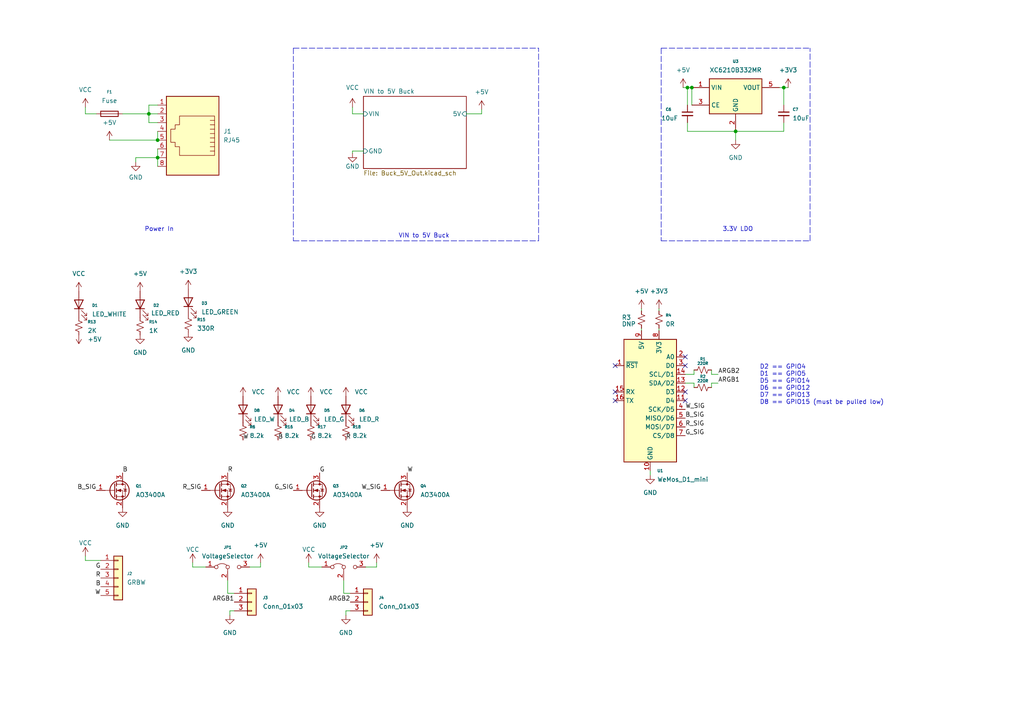
<source format=kicad_sch>
(kicad_sch (version 20211123) (generator eeschema)
  (paper "A4")
  (lib_symbols
    (symbol "Connector:RJ45" (pin_names (offset 1.016))
      (property "Reference" "J" (at -5.08 13.97 0))
      (property "Value" "RJ45" (at 2.54 13.97 0))
      (symbol "RJ45_0_1"
        (polyline (pts (xy -5.08 4.445) (xy -6.35 4.445)))
        (polyline (pts (xy -5.08 5.715) (xy -6.35 5.715)))
        (polyline (pts (xy -6.35 -3.175) (xy -5.08 -3.175) (xy -5.08 -3.175)))
        (polyline (pts (xy -6.35 -1.905) (xy -5.08 -1.905) (xy -5.08 -1.905)))
        (polyline (pts (xy -6.35 -0.635) (xy -5.08 -0.635) (xy -5.08 -0.635)))
        (polyline (pts (xy -6.35 0.635) (xy -5.08 0.635) (xy -5.08 0.635)))
        (polyline (pts (xy -6.35 1.905) (xy -5.08 1.905) (xy -5.08 1.905)))
        (polyline (pts (xy -5.08 3.175) (xy -6.35 3.175) (xy -6.35 3.175)))
        (polyline (pts (xy -6.35 -4.445) (xy -6.35 6.985) (xy 3.81 6.985) (xy 3.81 4.445) (xy 5.08 4.445) (xy 5.08 3.175) (xy 6.35 3.175) (xy 6.35 -0.635) (xy 5.08 -0.635) (xy 5.08 -1.905) (xy 3.81 -1.905) (xy 3.81 -4.445) (xy -6.35 -4.445) (xy -6.35 -4.445)))
        (rectangle (start 7.62 12.7) (end -7.62 -10.16) (stroke (width 0.254)) (fill (type background)))
      )
      (symbol "RJ45_1_1"
        (pin passive line (at 10.16 -7.62 180) (length 2.54) (name "~") (number "1"))
        (pin passive line (at 10.16 -5.08 180) (length 2.54) (name "~") (number "2"))
        (pin passive line (at 10.16 -2.54 180) (length 2.54) (name "~") (number "3"))
        (pin passive line (at 10.16 0 180) (length 2.54) (name "~") (number "4"))
        (pin passive line (at 10.16 2.54 180) (length 2.54) (name "~") (number "5"))
        (pin passive line (at 10.16 5.08 180) (length 2.54) (name "~") (number "6"))
        (pin passive line (at 10.16 7.62 180) (length 2.54) (name "~") (number "7"))
        (pin passive line (at 10.16 10.16 180) (length 2.54) (name "~") (number "8"))
      )
    )
    (symbol "Connector_Generic:Conn_01x03" (pin_names (offset 1.016) hide)
      (property "Reference" "J" (at 0 5.08 0))
      (property "Value" "Conn_01x03" (at 0 -5.08 0))
      (symbol "Conn_01x03_1_1"
        (rectangle (start -1.27 -2.413) (end 0 -2.667) (stroke (width 0.1524)))
        (rectangle (start -1.27 0.127) (end 0 -0.127) (stroke (width 0.1524)))
        (rectangle (start -1.27 2.667) (end 0 2.413) (stroke (width 0.1524)))
        (rectangle (start -1.27 3.81) (end 1.27 -3.81) (stroke (width 0.254)) (fill (type background)))
        (pin passive line (at -5.08 2.54 0) (length 3.81) (name "Pin_1") (number "1"))
        (pin passive line (at -5.08 0 0) (length 3.81) (name "Pin_2") (number "2"))
        (pin passive line (at -5.08 -2.54 0) (length 3.81) (name "Pin_3") (number "3"))
      )
    )
    (symbol "Connector_Generic:Conn_01x05" (pin_names (offset 1.016) hide)
      (property "Reference" "J" (at 0 7.62 0))
      (property "Value" "Conn_01x05" (at 0 -7.62 0))
      (symbol "Conn_01x05_1_1"
        (rectangle (start -1.27 -4.953) (end 0 -5.207) (stroke (width 0.1524)))
        (rectangle (start -1.27 -2.413) (end 0 -2.667) (stroke (width 0.1524)))
        (rectangle (start -1.27 0.127) (end 0 -0.127) (stroke (width 0.1524)))
        (rectangle (start -1.27 2.667) (end 0 2.413) (stroke (width 0.1524)))
        (rectangle (start -1.27 5.207) (end 0 4.953) (stroke (width 0.1524)))
        (rectangle (start -1.27 6.35) (end 1.27 -6.35) (stroke (width 0.254)) (fill (type background)))
        (pin passive line (at -5.08 5.08 0) (length 3.81) (name "Pin_1") (number "1"))
        (pin passive line (at -5.08 2.54 0) (length 3.81) (name "Pin_2") (number "2"))
        (pin passive line (at -5.08 0 0) (length 3.81) (name "Pin_3") (number "3"))
        (pin passive line (at -5.08 -2.54 0) (length 3.81) (name "Pin_4") (number "4"))
        (pin passive line (at -5.08 -5.08 0) (length 3.81) (name "Pin_5") (number "5"))
      )
    )
    (symbol "Device:C_Small" (pin_numbers hide) (pin_names (offset 0.254) hide)
      (property "Reference" "C" (at 0.254 1.778 0))
      (property "Value" "C_Small" (at 0.254 -2.032 0))
      (symbol "C_Small_0_1"
        (polyline (pts (xy -1.524 -0.508) (xy 1.524 -0.508)) (stroke (width 0.3302)))
        (polyline (pts (xy -1.524 0.508) (xy 1.524 0.508)) (stroke (width 0.3048)))
      )
      (symbol "C_Small_1_1"
        (pin passive line (at 0 2.54 270) (length 2.032) (name "~") (number "1"))
        (pin passive line (at 0 -2.54 90) (length 2.032) (name "~") (number "2"))
      )
    )
    (symbol "Device:Fuse" (pin_numbers hide) (pin_names (offset 0))
      (property "Reference" "F" (at 2.032 0 90))
      (property "Value" "Fuse" (at -1.905 0 90))
      (symbol "Fuse_0_1"
        (rectangle (start -0.762 -2.54) (end 0.762 2.54) (stroke (width 0.254)))
        (polyline (pts (xy 0 2.54) (xy 0 -2.54)))
      )
      (symbol "Fuse_1_1"
        (pin passive line (at 0 3.81 270) (length 1.27) (name "~") (number "1"))
        (pin passive line (at 0 -3.81 90) (length 1.27) (name "~") (number "2"))
      )
    )
    (symbol "Device:LED" (pin_numbers hide) (pin_names (offset 1.016) hide)
      (property "Reference" "D" (at 0 2.54 0))
      (property "Value" "LED" (at 0 -2.54 0))
      (symbol "LED_0_1"
        (polyline (pts (xy -1.27 -1.27) (xy -1.27 1.27)) (stroke (width 0.254)))
        (polyline (pts (xy -1.27 0) (xy 1.27 0)))
        (polyline (pts (xy 1.27 -1.27) (xy 1.27 1.27) (xy -1.27 0) (xy 1.27 -1.27)) (stroke (width 0.254)))
        (polyline (pts (xy -3.048 -0.762) (xy -4.572 -2.286) (xy -3.81 -2.286) (xy -4.572 -2.286) (xy -4.572 -1.524)))
        (polyline (pts (xy -1.778 -0.762) (xy -3.302 -2.286) (xy -2.54 -2.286) (xy -3.302 -2.286) (xy -3.302 -1.524)))
      )
      (symbol "LED_1_1"
        (pin passive line (at -3.81 0 0) (length 2.54) (name "K") (number "1"))
        (pin passive line (at 3.81 0 180) (length 2.54) (name "A") (number "2"))
      )
    )
    (symbol "Device:Q_NMOS_GSD" (pin_names (offset 0) hide)
      (property "Reference" "Q" (at 5.08 1.27 0))
      (property "Value" "Q_NMOS_GSD" (at 5.08 -1.27 0))
      (symbol "Q_NMOS_GSD_0_1"
        (polyline (pts (xy 0.254 0) (xy -2.54 0)))
        (polyline (pts (xy 0.254 1.905) (xy 0.254 -1.905)) (stroke (width 0.254)))
        (polyline (pts (xy 0.762 -1.27) (xy 0.762 -2.286)) (stroke (width 0.254)))
        (polyline (pts (xy 0.762 0.508) (xy 0.762 -0.508)) (stroke (width 0.254)))
        (polyline (pts (xy 0.762 2.286) (xy 0.762 1.27)) (stroke (width 0.254)))
        (polyline (pts (xy 2.54 2.54) (xy 2.54 1.778)))
        (polyline (pts (xy 2.54 -2.54) (xy 2.54 0) (xy 0.762 0)))
        (polyline (pts (xy 0.762 -1.778) (xy 3.302 -1.778) (xy 3.302 1.778) (xy 0.762 1.778)))
        (polyline (pts (xy 1.016 0) (xy 2.032 0.381) (xy 2.032 -0.381) (xy 1.016 0)) (fill (type outline)))
        (polyline (pts (xy 2.794 0.508) (xy 2.921 0.381) (xy 3.683 0.381) (xy 3.81 0.254)))
        (polyline (pts (xy 3.302 0.381) (xy 2.921 -0.254) (xy 3.683 -0.254) (xy 3.302 0.381)))
        (circle (center 1.651 0) (radius 2.794) (stroke (width 0.254)))
        (circle (center 2.54 -1.778) (radius 0.254) (fill (type outline)))
        (circle (center 2.54 1.778) (radius 0.254) (fill (type outline)))
      )
      (symbol "Q_NMOS_GSD_1_1"
        (pin input line (at -5.08 0 0) (length 2.54) (name "G") (number "1"))
        (pin passive line (at 2.54 -5.08 90) (length 2.54) (name "S") (number "2"))
        (pin passive line (at 2.54 5.08 270) (length 2.54) (name "D") (number "3"))
      )
    )
    (symbol "Device:R_Small_US" (pin_numbers hide) (pin_names (offset 0.254) hide)
      (property "Reference" "R" (at 0.762 0.508 0))
      (property "Value" "R_Small_US" (at 0.762 -1.016 0))
      (symbol "R_Small_US_1_1"
        (polyline (pts (xy 0 0) (xy 1.016 -0.381) (xy 0 -0.762) (xy -1.016 -1.143) (xy 0 -1.524)))
        (polyline (pts (xy 0 1.524) (xy 1.016 1.143) (xy 0 0.762) (xy -1.016 0.381) (xy 0 0)))
        (pin passive line (at 0 2.54 270) (length 1.016) (name "~") (number "1"))
        (pin passive line (at 0 -2.54 90) (length 1.016) (name "~") (number "2"))
      )
    )
    (symbol "Jumper:Jumper_3_Bridged12" (pin_names (offset 0) hide)
      (property "Reference" "JP" (at -2.54 -2.54 0))
      (property "Value" "Jumper_3_Bridged12" (at 0 2.794 0))
      (symbol "Jumper_3_Bridged12_0_0"
        (circle (center -3.302 0) (radius 0.508))
        (circle (center 0 0) (radius 0.508))
        (circle (center 3.302 0) (radius 0.508))
      )
      (symbol "Jumper_3_Bridged12_0_1"
        (arc (start -0.254 0.508) (mid -1.651 0.9912) (end -3.048 0.508))
        (polyline (pts (xy 0 -1.27) (xy 0 -0.508)))
      )
      (symbol "Jumper_3_Bridged12_1_1"
        (pin passive line (at -6.35 0 0) (length 2.54) (name "A") (number "1"))
        (pin input line (at 0 -3.81 90) (length 2.54) (name "C") (number "2"))
        (pin passive line (at 6.35 0 180) (length 2.54) (name "B") (number "3"))
      )
    )
    (symbol "MCU_Module:WeMos_D1_mini"
      (property "Reference" "U" (at 3.81 19.05 0))
      (property "Value" "WeMos_D1_mini" (at 1.27 -19.05 0))
      (symbol "WeMos_D1_mini_1_1"
        (rectangle (start -7.62 17.78) (end 7.62 -17.78) (stroke (width 0.254)) (fill (type background)))
        (pin input line (at -10.16 10.16 0) (length 2.54) (name "~{RST}") (number "1"))
        (pin power_in line (at 0 -20.32 90) (length 2.54) (name "GND") (number "10"))
        (pin bidirectional line (at 10.16 0 180) (length 2.54) (name "D4") (number "11"))
        (pin bidirectional line (at 10.16 2.54 180) (length 2.54) (name "D3") (number "12"))
        (pin bidirectional line (at 10.16 5.08 180) (length 2.54) (name "SDA/D2") (number "13"))
        (pin bidirectional line (at 10.16 7.62 180) (length 2.54) (name "SCL/D1") (number "14"))
        (pin input line (at -10.16 2.54 0) (length 2.54) (name "RX") (number "15"))
        (pin output line (at -10.16 0 0) (length 2.54) (name "TX") (number "16"))
        (pin input line (at 10.16 12.7 180) (length 2.54) (name "A0") (number "2"))
        (pin bidirectional line (at 10.16 10.16 180) (length 2.54) (name "D0") (number "3"))
        (pin bidirectional line (at 10.16 -2.54 180) (length 2.54) (name "SCK/D5") (number "4"))
        (pin bidirectional line (at 10.16 -5.08 180) (length 2.54) (name "MISO/D6") (number "5"))
        (pin bidirectional line (at 10.16 -7.62 180) (length 2.54) (name "MOSI/D7") (number "6"))
        (pin bidirectional line (at 10.16 -10.16 180) (length 2.54) (name "CS/D8") (number "7"))
        (pin power_out line (at 2.54 20.32 270) (length 2.54) (name "3V3") (number "8"))
        (pin power_in line (at -2.54 20.32 270) (length 2.54) (name "5V") (number "9"))
      )
    )
    (symbol "Regulator_Linear:XC6210B332MR"
      (property "Reference" "U" (at 0 8.89 0))
      (property "Value" "XC6210B332MR" (at 0 6.35 0))
      (symbol "XC6210B332MR_0_1"
        (rectangle (start -7.62 5.08) (end 7.62 -5.08) (stroke (width 0.254)) (fill (type background)))
      )
      (symbol "XC6210B332MR_1_1"
        (pin power_in line (at -12.7 2.54 0) (length 5.08) (name "VIN") (number "1"))
        (pin power_in line (at 0 -10.16 90) (length 5.08) (name "GND") (number "2"))
        (pin input line (at -12.7 -2.54 0) (length 5.08) (name "CE") (number "3"))
        (pin no_connect line (at 12.7 -2.54 180) (length 5.08) hide (name "NC") (number "4"))
        (pin power_out line (at 12.7 2.54 180) (length 5.08) (name "VOUT") (number "5"))
      )
    )
    (symbol "power:+3.3V" (power) (pin_names (offset 0))
      (property "Value" "+3.3V" (at 0 3.556 0))
      (symbol "+3.3V_0_1"
        (polyline (pts (xy -0.762 1.27) (xy 0 2.54)))
        (polyline (pts (xy 0 0) (xy 0 2.54)))
        (polyline (pts (xy 0 2.54) (xy 0.762 1.27)))
      )
      (symbol "+3.3V_1_1"
        (pin power_in line (at 0 0 90) (length 0) hide (name "+3V3") (number "1"))
      )
    )
    (symbol "power:+5V" (power) (pin_names (offset 0))
      (property "Value" "+5V" (at 0 3.556 0))
      (symbol "+5V_0_1"
        (polyline (pts (xy -0.762 1.27) (xy 0 2.54)))
        (polyline (pts (xy 0 0) (xy 0 2.54)))
        (polyline (pts (xy 0 2.54) (xy 0.762 1.27)))
      )
      (symbol "+5V_1_1"
        (pin power_in line (at 0 0 90) (length 0) hide (name "+5V") (number "1"))
      )
    )
    (symbol "power:GND" (power) (pin_names (offset 0))
      (property "Value" "GND" (at 0 -3.81 0))
      (symbol "GND_0_1"
        (polyline (pts (xy 0 0) (xy 0 -1.27) (xy 1.27 -1.27) (xy 0 -2.54) (xy -1.27 -1.27) (xy 0 -1.27)))
      )
      (symbol "GND_1_1"
        (pin power_in line (at 0 0 270) (length 0) hide (name "GND") (number "1"))
      )
    )
    (symbol "power:VCC" (power) (pin_names (offset 0))
      (property "Value" "VCC" (at 0 3.81 0))
      (symbol "VCC_0_1"
        (polyline (pts (xy -0.762 1.27) (xy 0 2.54)))
        (polyline (pts (xy 0 0) (xy 0 2.54)))
        (polyline (pts (xy 0 2.54) (xy 0.762 1.27)))
      )
      (symbol "VCC_1_1"
        (pin power_in line (at 0 0 90) (length 0) hide (name "VCC") (number "1"))
      )
    )
  )
  (junction (at 43.18 33.02))
  (junction (at 45.72 45.72))
  (junction (at 227.33 25.4))
  (junction (at 213.36 38.1))
  (junction (at 45.72 40.64))
  (junction (at 199.39 25.4))
  (junction (at 200.66 25.4))
  (no_connect (at 198.755 106.045))
  (no_connect (at 198.755 103.505))
  (no_connect (at 178.435 116.205))
  (no_connect (at 198.755 116.205))
  (no_connect (at 178.435 106.045))
  (no_connect (at 178.435 113.665))
  (no_connect (at 198.755 113.665))
  (wire (pts (xy 106.045 164.465) (xy 109.22 164.465)))
  (wire (pts (xy 45.72 45.72) (xy 45.72 48.26)))
  (wire (pts (xy 227.33 25.4) (xy 228.6 25.4)))
  (wire (pts (xy 206.375 108.585) (xy 208.28 108.585)))
  (wire (pts (xy 200.66 25.4) (xy 200.66 30.48)))
  (wire (pts (xy 226.06 25.4) (xy 227.33 25.4)))
  (wire (pts (xy 102.235 43.815) (xy 105.41 43.815)))
  (wire (pts (xy 198.12 25.4) (xy 199.39 25.4)))
  (wire (pts (xy 43.18 30.48) (xy 45.72 30.48)))
  (wire (pts (xy 45.72 35.56) (xy 43.18 35.56)))
  (polyline (pts (xy 191.77 13.97) (xy 191.77 69.85)))
  (wire (pts (xy 35.56 33.02) (xy 43.18 33.02)))
  (wire (pts (xy 39.37 45.72) (xy 45.72 45.72)))
  (wire (pts (xy 93.345 164.465) (xy 89.535 164.465)))
  (wire (pts (xy 191.135 95.25) (xy 191.135 95.885)))
  (wire (pts (xy 206.375 107.315) (xy 206.375 108.585)))
  (wire (pts (xy 67.945 172.085) (xy 66.04 172.085)))
  (wire (pts (xy 31.75 40.64) (xy 45.72 40.64)))
  (wire (pts (xy 213.36 38.1) (xy 213.36 40.64)))
  (wire (pts (xy 75.565 164.465) (xy 75.565 163.195)))
  (wire (pts (xy 39.37 46.99) (xy 39.37 45.72)))
  (polyline (pts (xy 191.77 13.97) (xy 234.95 13.97)))
  (wire (pts (xy 66.04 172.085) (xy 66.04 168.275)))
  (wire (pts (xy 59.69 164.465) (xy 55.88 164.465)))
  (wire (pts (xy 109.22 164.465) (xy 109.22 163.195)))
  (wire (pts (xy 102.235 33.02) (xy 105.41 33.02)))
  (wire (pts (xy 201.295 111.125) (xy 201.295 112.395)))
  (wire (pts (xy 101.6 172.085) (xy 99.695 172.085)))
  (wire (pts (xy 135.255 33.02) (xy 139.7 33.02)))
  (wire (pts (xy 102.235 31.115) (xy 102.235 33.02)))
  (polyline (pts (xy 156.21 69.85) (xy 156.21 13.97)))
  (wire (pts (xy 43.18 33.02) (xy 45.72 33.02)))
  (wire (pts (xy 100.33 177.165) (xy 100.33 178.435)))
  (wire (pts (xy 45.72 43.18) (xy 45.72 45.72)))
  (wire (pts (xy 213.36 38.1) (xy 199.39 38.1)))
  (wire (pts (xy 24.765 162.56) (xy 24.765 161.29)))
  (wire (pts (xy 199.39 38.1) (xy 199.39 35.56)))
  (wire (pts (xy 191.135 89.535) (xy 191.135 90.17)))
  (wire (pts (xy 198.755 111.125) (xy 201.295 111.125)))
  (wire (pts (xy 227.33 35.56) (xy 227.33 38.1)))
  (wire (pts (xy 102.235 44.45) (xy 102.235 43.815)))
  (wire (pts (xy 55.88 164.465) (xy 55.88 163.195)))
  (wire (pts (xy 43.18 35.56) (xy 43.18 33.02)))
  (wire (pts (xy 72.39 164.465) (xy 75.565 164.465)))
  (polyline (pts (xy 234.95 69.85) (xy 234.95 13.97)))
  (polyline (pts (xy 191.77 69.85) (xy 234.95 69.85)))
  (wire (pts (xy 227.33 30.48) (xy 227.33 25.4)))
  (polyline (pts (xy 85.09 13.97) (xy 85.09 69.85)))
  (wire (pts (xy 45.72 38.1) (xy 45.72 40.64)))
  (wire (pts (xy 199.39 25.4) (xy 200.66 25.4)))
  (wire (pts (xy 186.055 95.25) (xy 186.055 95.885)))
  (wire (pts (xy 66.675 177.165) (xy 66.675 178.435)))
  (wire (pts (xy 99.695 172.085) (xy 99.695 168.275)))
  (wire (pts (xy 198.755 108.585) (xy 201.295 108.585)))
  (wire (pts (xy 24.765 33.02) (xy 24.765 31.115)))
  (wire (pts (xy 213.36 38.1) (xy 227.33 38.1)))
  (wire (pts (xy 43.18 33.02) (xy 43.18 30.48)))
  (wire (pts (xy 206.375 112.395) (xy 206.375 111.125)))
  (wire (pts (xy 206.375 111.125) (xy 208.28 111.125)))
  (wire (pts (xy 139.7 33.02) (xy 139.7 31.75)))
  (wire (pts (xy 101.6 177.165) (xy 100.33 177.165)))
  (polyline (pts (xy 85.09 69.85) (xy 156.21 69.85)))
  (wire (pts (xy 89.535 164.465) (xy 89.535 163.195)))
  (wire (pts (xy 201.295 108.585) (xy 201.295 107.315)))
  (polyline (pts (xy 85.09 13.97) (xy 156.21 13.97)))
  (wire (pts (xy 188.595 136.525) (xy 188.595 137.795)))
  (wire (pts (xy 29.21 162.56) (xy 24.765 162.56)))
  (wire (pts (xy 186.055 90.17) (xy 186.055 89.535)))
  (wire (pts (xy 199.39 30.48) (xy 199.39 25.4)))
  (wire (pts (xy 67.945 177.165) (xy 66.675 177.165)))
  (wire (pts (xy 27.94 33.02) (xy 24.765 33.02)))
  (text "Power In" (at 41.91 67.31 0) (effects (font (size 1.27 1.27)) (justify left bottom)))
  (text "VIN to 5V Buck\n" (at 115.57 69.215 0) (effects (font (size 1.27 1.27)) (justify left bottom)))
  (text "D2 == GPIO4\nD1 == GPIO5\nD5 == GPIO14\nD6 == GPIO12\nD7 == GPIO13\nD8 == GPIO15 (must be pulled low)" (at 220.345 117.475 0) (effects (font (size 1.27 1.27)) (justify left bottom)))
  (text "3.3V LDO\n" (at 209.55 67.31 0) (effects (font (size 1.27 1.27)) (justify left bottom)))
  (label "R_SIG" (at 198.755 123.825 0))
  (label "ARGB1" (at 67.945 174.625 180))
  (label "G" (at 29.21 165.1 180))
  (label "B" (at 35.56 137.16 0))
  (label "R" (at 29.21 167.64 180))
  (label "W" (at 118.11 137.16 0))
  (label "B_SIG" (at 198.755 121.285 0))
  (label "R" (at 66.04 137.16 0))
  (label "B_SIG" (at 27.94 142.24 180))
  (label "R_SIG" (at 58.42 142.24 180))
  (label "G_SIG" (at 198.755 126.365 0))
  (label "G" (at 92.71 137.16 0))
  (label "ARGB2" (at 101.6 174.625 180))
  (label "B" (at 29.21 170.18 180))
  (label "W" (at 29.21 172.72 180))
  (label "W_SIG" (at 110.49 142.24 180))
  (label "ARGB2" (at 208.28 108.585 0))
  (label "ARGB1" (at 208.28 111.125 0))
  (label "B" (at 80.645 127.635 0))
  (label "R" (at 100.33 127.635 0))
  (label "W" (at 70.485 127.635 0))
  (label "G" (at 90.17 127.635 0))
  (label "W_SIG" (at 198.755 118.745 0))
  (label "G_SIG" (at 85.09 142.24 180))
  (symbol (lib_id "power:GND") (at 40.64 97.155 0) (unit 1)
    (property "Reference" "#PWR0149" (effects hide))
    (property "Value" "GND" (at 40.64 102.235 0))
  )
  (symbol (lib_id "power:+5V") (at 75.565 163.195 0) (unit 1)
    (property "Reference" "#PWR0120" (effects hide))
    (property "Value" "+5V" (at 75.565 158.115 0))
  )
  (symbol (lib_id "power:VCC") (at 24.765 31.115 0) (unit 1)
    (property "Reference" "#PWR0110" (effects hide))
    (property "Value" "VCC" (at 24.765 26.035 0))
  )
  (symbol (lib_id "power:+3.3V") (at 54.61 83.82 0) (unit 1)
    (property "Reference" "#PWR0146" (effects hide))
    (property "Value" "+3.3V" (at 54.61 78.74 0))
  )
  (symbol (lib_id "Device:LED") (at 70.485 118.745 90) (unit 1)
    (property "Reference" "D8" (at 73.66 119.0624 90) (effects (font (size 0.8 0.8)) (justify right)))
    (property "Value" "LED_W" (at 73.66 121.6024 90) (effects (justify right)))
    (property "Footprint" "LED_SMD:LED_0603_1608Metric" (effects hide))
    (property "LCSC Part Number" "C72043" (effects hide))
    (property "LCSC" "C72043" (effects hide))
  )
  (symbol (lib_id "Connector_Generic:Conn_01x03") (at 106.68 174.625 0) (unit 1)
    (property "Reference" "J4" (at 109.855 173.3549 0) (effects (font (size 0.8 0.8)) (justify left)))
    (property "Value" "Conn_01x03" (at 109.855 175.8949 0) (effects (justify left)))
    (property "Footprint" "WS_LCSC_Connectors:1x03_16AWG_Wire2Board" (effects hide))
  )
  (symbol (lib_id "power:GND") (at 54.61 96.52 0) (unit 1)
    (property "Reference" "#PWR0148" (effects hide))
    (property "Value" "GND" (at 54.61 101.6 0))
  )
  (symbol (lib_id "Device:R_Small_US") (at 100.33 125.095 0) (unit 1)
    (property "Reference" "R18" (at 102.235 123.8249 0) (effects (font (size 0.8 0.8)) (justify left)))
    (property "Value" "8.2k" (at 102.235 126.3649 0) (effects (justify left)))
    (property "Footprint" "Resistor_SMD:R_0402_1005Metric" (effects hide))
    (property "LCSC Part Number" "C25104" (effects hide))
    (property "LCSC" "C25104" (effects hide))
  )
  (symbol (lib_id "Device:LED") (at 22.86 88.265 90) (unit 1)
    (property "Reference" "D1" (at 26.67 88.5824 90) (effects (font (size 0.8 0.8)) (justify right)))
    (property "Value" "LED_WHITE" (at 26.67 91.1224 90) (effects (justify right)))
    (property "Footprint" "LED_SMD:LED_0603_1608Metric" (effects hide))
    (property "LCSC Part Number" "C72038" (effects hide))
    (property "LCSC" "C72038" (effects hide))
  )
  (symbol (lib_id "power:GND") (at 102.235 44.45 0) (unit 1)
    (property "Reference" "#PWR0108" (effects hide))
    (property "Value" "GND" (at 102.235 48.26 0))
  )
  (symbol (lib_id "power:VCC") (at 100.33 114.935 0) (unit 1)
    (property "Reference" "#PWR0151" (effects hide))
    (property "Value" "VCC" (at 102.87 113.6649 0) (effects (justify left)))
  )
  (symbol (lib_id "Device:Fuse") (at 31.75 33.02 90) (unit 1)
    (property "Reference" "F1" (at 31.75 26.67 90) (effects (font (size 0.8 0.8))))
    (property "Value" "Fuse" (at 31.75 29.21 90))
    (property "Footprint" "WS_LCSC_Fuses:XF-506P" (effects hide))
    (property "LCSC" "C492610" (effects hide))
  )
  (symbol (lib_id "Connector:RJ45") (at 55.88 38.1 180) (unit 1)
    (property "Reference" "J1" (at 64.77 38.0999 0) (effects (justify right)))
    (property "Value" "RJ45" (at 64.77 40.6399 0) (effects (justify right)))
    (property "Footprint" "WS_LCSC_Connectors:RJ45_5501-88011111" (effects hide))
    (property "LCSC" "C3097726" (effects hide))
  )
  (symbol (lib_id "power:+5V") (at 40.64 84.455 0) (unit 1)
    (property "Reference" "#PWR0145" (effects hide))
    (property "Value" "+5V" (at 40.64 79.375 0))
  )
  (symbol (lib_id "power:VCC") (at 70.485 114.935 0) (unit 1)
    (property "Reference" "#PWR0103" (effects hide))
    (property "Value" "VCC" (at 73.025 113.6649 0) (effects (justify left)))
  )
  (symbol (lib_id "power:GND") (at 66.04 147.32 0) (unit 1)
    (property "Reference" "#PWR0142" (effects hide))
    (property "Value" "GND" (at 66.04 152.4 0))
  )
  (symbol (lib_id "Jumper:Jumper_3_Bridged12") (at 99.695 164.465 0) (unit 1)
    (property "Reference" "JP2" (at 99.695 158.75 0) (effects (font (size 0.8 0.8))))
    (property "Value" "VoltageSelector" (at 99.695 161.29 0))
    (property "Footprint" "Jumper:SolderJumper-3_P1.3mm_Bridged2Bar12_Pad1.0x1.5mm" (effects hide))
  )
  (symbol (lib_id "power:GND") (at 39.37 46.99 0) (unit 1)
    (property "Reference" "#PWR0113" (effects hide))
    (property "Value" "GND" (at 39.37 51.435 0))
  )
  (symbol (lib_id "Device:R_Small_US") (at 80.645 125.095 0) (unit 1)
    (property "Reference" "R16" (at 82.55 123.8249 0) (effects (font (size 0.8 0.8)) (justify left)))
    (property "Value" "8.2k" (at 82.55 126.3649 0) (effects (justify left)))
    (property "Footprint" "Resistor_SMD:R_0402_1005Metric" (effects hide))
    (property "LCSC Part Number" "C25104" (effects hide))
    (property "LCSC" "C25104" (effects hide))
  )
  (symbol (lib_id "power:+5V") (at 22.86 97.155 180) (unit 1)
    (property "Reference" "#PWR0144" (effects hide))
    (property "Value" "+5V" (at 25.4 98.4249 0) (effects (justify right)))
  )
  (symbol (lib_id "Device:LED") (at 80.645 118.745 90) (unit 1)
    (property "Reference" "D4" (at 83.82 119.0624 90) (effects (font (size 0.8 0.8)) (justify right)))
    (property "Value" "LED_B" (at 83.82 121.6024 90) (effects (justify right)))
    (property "Footprint" "LED_SMD:LED_0603_1608Metric" (effects hide))
    (property "LCSC Part Number" "C72043" (effects hide))
    (property "LCSC" "C72043" (effects hide))
  )
  (symbol (lib_id "power:GND") (at 66.675 178.435 0) (unit 1)
    (property "Reference" "#PWR0129" (effects hide))
    (property "Value" "GND" (at 66.675 183.515 0))
  )
  (symbol (lib_id "power:+5V") (at 109.22 163.195 0) (unit 1)
    (property "Reference" "#PWR0131" (effects hide))
    (property "Value" "+5V" (at 109.22 158.115 0))
  )
  (symbol (lib_id "Device:R_Small_US") (at 40.64 94.615 0) (unit 1)
    (property "Reference" "R14" (at 43.18 93.3449 0) (effects (font (size 0.8 0.8)) (justify left)))
    (property "Value" "1K" (at 43.18 95.8849 0) (effects (justify left)))
    (property "Footprint" "Resistor_SMD:R_0402_1005Metric" (effects hide))
    (property "LCSC Part Number" "C11702" (effects hide))
    (property "LCSC" "C11702" (effects hide))
  )
  (symbol (lib_id "Device:Q_NMOS_GSD") (at 115.57 142.24 0) (unit 1)
    (property "Reference" "Q4" (at 121.92 140.9699 0) (effects (font (size 0.8 0.8)) (justify left)))
    (property "Value" "AO3400A" (at 121.92 143.5099 0) (effects (justify left)))
    (property "Footprint" "Package_TO_SOT_SMD:SOT-23" (effects hide))
    (property "LCSC Part Number" "C20917" (effects hide))
    (property "LCSC" "C20917" (effects hide))
  )
  (symbol (lib_id "power:+5V") (at 139.7 31.75 0) (unit 1)
    (property "Reference" "#PWR0107" (effects hide))
    (property "Value" "+5V" (at 139.7 26.67 0))
  )
  (symbol (lib_id "Regulator_Linear:XC6210B332MR") (at 213.36 27.94 0) (unit 1)
    (property "Reference" "U3" (at 213.36 17.78 0) (effects (font (size 0.8 0.8))))
    (property "Value" "XC6210B332MR" (at 213.36 20.32 0))
    (property "Footprint" "Package_TO_SOT_SMD:SOT-23-5" (effects hide))
    (property "Datasheet" "https://www.torexsemi.com/file/xc6210/XC6210.pdf" (effects hide))
    (property "LCSC Part Number" "C424705" (effects hide))
    (property "LCSC" "C424705" (effects hide))
  )
  (symbol (lib_id "Device:R_Small_US") (at 186.055 92.71 0) (unit 1)
    (property "Reference" "R3" (at 180.34 92.075 0) (effects (justify left)))
    (property "Value" "DNP" (at 180.34 93.98 0) (effects (justify left)))
    (property "Footprint" "Resistor_SMD:R_0402_1005Metric" (effects hide))
  )
  (symbol (lib_id "Device:R_Small_US") (at 191.135 92.71 0) (unit 1)
    (property "Reference" "R4" (at 193.04 91.4399 0) (effects (font (size 0.8 0.8)) (justify left)))
    (property "Value" "0R" (at 193.04 93.9799 0) (effects (justify left)))
    (property "Footprint" "Resistor_SMD:R_0402_1005Metric" (effects hide))
    (property "LCSC" "C17168" (effects hide))
    (property "LCSC Part Number" "C17168" (effects hide))
  )
  (symbol (lib_id "power:+5V") (at 31.75 40.64 0) (unit 1)
    (property "Reference" "#PWR0112" (effects hide))
    (property "Value" "+5V" (at 31.75 35.56 0))
  )
  (symbol (lib_id "power:+3.3V") (at 228.6 25.4 0) (unit 1)
    (property "Reference" "#PWR0115" (effects hide))
    (property "Value" "+3.3V" (at 228.6 20.32 0))
  )
  (symbol (lib_id "power:VCC") (at 89.535 163.195 0) (unit 1)
    (property "Reference" "#PWR0122" (effects hide))
    (property "Value" "VCC" (at 87.63 159.385 0) (effects (justify left)))
  )
  (symbol (lib_id "power:GND") (at 213.36 40.64 0) (unit 1)
    (property "Reference" "#PWR0111" (effects hide))
    (property "Value" "GND" (at 213.36 45.72 0))
  )
  (symbol (lib_id "Device:Q_NMOS_GSD") (at 33.02 142.24 0) (unit 1)
    (property "Reference" "Q1" (at 39.37 140.9699 0) (effects (font (size 0.8 0.8)) (justify left)))
    (property "Value" "AO3400A" (at 39.37 143.5099 0) (effects (justify left)))
    (property "Footprint" "Package_TO_SOT_SMD:SOT-23" (effects hide))
    (property "LCSC Part Number" "C20917" (effects hide))
    (property "LCSC" "C20917" (effects hide))
  )
  (symbol (lib_id "power:VCC") (at 80.645 114.935 0) (unit 1)
    (property "Reference" "#PWR0147" (effects hide))
    (property "Value" "VCC" (at 83.185 113.6649 0) (effects (justify left)))
  )
  (symbol (lib_id "power:+5V") (at 198.12 25.4 0) (unit 1)
    (property "Reference" "#PWR0114" (effects hide))
    (property "Value" "+5V" (at 198.12 20.32 0))
  )
  (symbol (lib_id "MCU_Module:WeMos_D1_mini") (at 188.595 116.205 0) (unit 1)
    (property "Reference" "U1" (at 190.6144 136.525 0) (effects (font (size 0.8 0.8)) (justify left)))
    (property "Value" "WeMos_D1_mini" (at 190.6144 139.065 0) (effects (justify left)))
    (property "Footprint" "Module:WEMOS_D1_mini_light" (effects hide))
    (property "Datasheet" "https://wiki.wemos.cc/products:d1:d1_mini#documentation" (effects hide))
  )
  (symbol (lib_id "power:GND") (at 118.11 147.32 0) (unit 1)
    (property "Reference" "#PWR0101" (effects hide))
    (property "Value" "GND" (at 118.11 152.4 0))
  )
  (symbol (lib_id "Device:LED") (at 90.17 118.745 90) (unit 1)
    (property "Reference" "D5" (at 93.98 119.0624 90) (effects (font (size 0.8 0.8)) (justify right)))
    (property "Value" "LED_G" (at 93.98 121.6024 90) (effects (justify right)))
    (property "Footprint" "LED_SMD:LED_0603_1608Metric" (effects hide))
    (property "LCSC Part Number" "C72043" (effects hide))
    (property "LCSC" "C72043" (effects hide))
  )
  (symbol (lib_id "power:+3.3V") (at 191.135 89.535 0) (unit 1)
    (property "Reference" "#PWR0104" (effects hide))
    (property "Value" "+3.3V" (at 191.135 84.455 0))
  )
  (symbol (lib_id "power:VCC") (at 102.235 31.115 0) (unit 1)
    (property "Reference" "#PWR0109" (effects hide))
    (property "Value" "VCC" (at 102.235 25.4 0))
  )
  (symbol (lib_id "Device:Q_NMOS_GSD") (at 63.5 142.24 0) (unit 1)
    (property "Reference" "Q2" (at 69.85 140.9699 0) (effects (font (size 0.8 0.8)) (justify left)))
    (property "Value" "AO3400A" (at 69.85 143.5099 0) (effects (justify left)))
    (property "Footprint" "Package_TO_SOT_SMD:SOT-23" (effects hide))
    (property "LCSC Part Number" "C20917" (effects hide))
    (property "LCSC" "C20917" (effects hide))
  )
  (symbol (lib_id "Device:R_Small_US") (at 70.485 125.095 0) (unit 1)
    (property "Reference" "R6" (at 72.39 123.8249 0) (effects (font (size 0.8 0.8)) (justify left)))
    (property "Value" "8.2k" (at 72.39 126.3649 0) (effects (justify left)))
    (property "Footprint" "Resistor_SMD:R_0402_1005Metric" (effects hide))
    (property "LCSC Part Number" "C25104" (effects hide))
    (property "LCSC" "C25104" (effects hide))
  )
  (symbol (lib_id "Device:Q_NMOS_GSD") (at 90.17 142.24 0) (unit 1)
    (property "Reference" "Q3" (at 96.52 140.9699 0) (effects (font (size 0.8 0.8)) (justify left)))
    (property "Value" "AO3400A" (at 96.52 143.5099 0) (effects (justify left)))
    (property "Footprint" "Package_TO_SOT_SMD:SOT-23" (effects hide))
    (property "LCSC Part Number" "C20917" (effects hide))
    (property "LCSC" "C20917" (effects hide))
  )
  (symbol (lib_id "Device:LED") (at 54.61 87.63 90) (unit 1)
    (property "Reference" "D3" (at 58.42 87.9474 90) (effects (font (size 0.8 0.8)) (justify right)))
    (property "Value" "LED_GREEN" (at 58.42 90.4874 90) (effects (justify right)))
    (property "Footprint" "LED_SMD:LED_0603_1608Metric" (effects hide))
    (property "LCSC Part Number" "C72043" (effects hide))
    (property "LCSC" "C72043" (effects hide))
  )
  (symbol (lib_id "Device:LED") (at 40.64 88.265 90) (unit 1)
    (property "Reference" "D2" (at 44.45 88.5824 90) (effects (font (size 0.8 0.8)) (justify right)))
    (property "Value" "LED_RED" (at 43.815 90.805 90) (effects (justify right)))
    (property "Footprint" "LED_SMD:LED_0603_1608Metric" (effects hide))
    (property "LCSC Part Number" "C2290" (effects hide))
    (property "LCSC" "C2290" (effects hide))
  )
  (symbol (lib_id "power:GND") (at 100.33 178.435 0) (unit 1)
    (property "Reference" "#PWR0130" (effects hide))
    (property "Value" "GND" (at 100.33 183.515 0))
  )
  (symbol (lib_id "Device:R_Small_US") (at 203.835 107.315 90) (unit 1)
    (property "Reference" "R1" (at 203.835 104.14 90) (effects (font (size 0.8 0.8))))
    (property "Value" "220R" (at 203.835 105.41 90) (effects (font (size 0.8 0.8))))
    (property "Footprint" "Resistor_SMD:R_0402_1005Metric" (effects hide))
    (property "LCSC" "C25091" (effects hide))
    (property "LCSC Part Number" "C25091" (effects hide))
  )
  (symbol (lib_id "power:VCC") (at 55.88 163.195 0) (unit 1)
    (property "Reference" "#PWR0128" (effects hide))
    (property "Value" "VCC" (at 53.975 159.385 0) (effects (justify left)))
  )
  (symbol (lib_id "Connector_Generic:Conn_01x05") (at 34.29 167.64 0) (unit 1)
    (property "Reference" "J2" (at 36.83 166.3699 0) (effects (font (size 0.8 0.8)) (justify left)))
    (property "Value" "GRBW" (at 36.83 168.9099 0) (effects (justify left)))
    (property "Footprint" "WS_LCSC_Connectors:1x05_16AWG_Wire2Board" (effects hide))
  )
  (symbol (lib_id "Jumper:Jumper_3_Bridged12") (at 66.04 164.465 0) (unit 1)
    (property "Reference" "JP1" (at 66.04 158.75 0) (effects (font (size 0.8 0.8))))
    (property "Value" "VoltageSelector" (at 66.04 161.29 0))
    (property "Footprint" "Jumper:SolderJumper-3_P1.3mm_Bridged2Bar12_Pad1.0x1.5mm" (effects hide))
  )
  (symbol (lib_id "Device:C_Small") (at 199.39 33.02 0) (unit 1)
    (property "Reference" "C6" (at 193.04 31.75 0) (effects (font (size 0.8 0.8)) (justify left)))
    (property "Value" "10uF" (at 191.77 34.29 0) (effects (justify left)))
    (property "Footprint" "Capacitor_SMD:C_0402_1005Metric" (effects hide))
    (property "LCSC Part Number" "C15525" (effects hide))
    (property "LCSC" "C15525" (effects hide))
  )
  (symbol (lib_id "power:GND") (at 92.71 147.32 0) (unit 1)
    (property "Reference" "#PWR0143" (effects hide))
    (property "Value" "GND" (at 92.71 152.4 0))
  )
  (symbol (lib_id "Device:LED") (at 100.33 118.745 90) (unit 1)
    (property "Reference" "D6" (at 104.14 119.0624 90) (effects (font (size 0.8 0.8)) (justify right)))
    (property "Value" "LED_R" (at 104.14 121.6024 90) (effects (justify right)))
    (property "Footprint" "LED_SMD:LED_0603_1608Metric" (effects hide))
    (property "LCSC Part Number" "C72043" (effects hide))
    (property "LCSC" "C72043" (effects hide))
  )
  (symbol (lib_id "power:VCC") (at 90.17 114.935 0) (unit 1)
    (property "Reference" "#PWR0150" (effects hide))
    (property "Value" "VCC" (at 92.71 113.6649 0) (effects (justify left)))
  )
  (symbol (lib_id "Device:R_Small_US") (at 90.17 125.095 0) (unit 1)
    (property "Reference" "R17" (at 92.075 123.8249 0) (effects (font (size 0.8 0.8)) (justify left)))
    (property "Value" "8.2k" (at 92.075 126.3649 0) (effects (justify left)))
    (property "Footprint" "Resistor_SMD:R_0402_1005Metric" (effects hide))
    (property "LCSC Part Number" "C25104" (effects hide))
    (property "LCSC" "C25104" (effects hide))
  )
  (symbol (lib_id "Device:R_Small_US") (at 54.61 93.98 0) (unit 1)
    (property "Reference" "R15" (at 57.15 92.7099 0) (effects (font (size 0.8 0.8)) (justify left)))
    (property "Value" "330R" (at 57.15 95.2499 0) (effects (justify left)))
    (property "Footprint" "Resistor_SMD:R_0402_1005Metric" (effects hide))
    (property "LCSC Part Number" "C25104" (effects hide))
    (property "LCSC" "C25104" (effects hide))
  )
  (symbol (lib_id "power:+5V") (at 186.055 89.535 0) (unit 1)
    (property "Reference" "#PWR0105" (effects hide))
    (property "Value" "+5V" (at 186.055 84.455 0))
  )
  (symbol (lib_id "power:GND") (at 188.595 137.795 0) (unit 1)
    (property "Reference" "#PWR0102" (effects hide))
    (property "Value" "GND" (at 188.595 142.875 0))
  )
  (symbol (lib_id "power:VCC") (at 24.765 161.29 0) (unit 1)
    (property "Reference" "#PWR0119" (effects hide))
    (property "Value" "VCC" (at 22.86 157.48 0) (effects (justify left)))
  )
  (symbol (lib_id "Device:R_Small_US") (at 203.835 112.395 90) (unit 1)
    (property "Reference" "R2" (at 203.835 109.22 90) (effects (font (size 0.8 0.8))))
    (property "Value" "220R" (at 203.835 110.49 90) (effects (font (size 0.8 0.8))))
    (property "Footprint" "Resistor_SMD:R_0402_1005Metric" (effects hide))
    (property "LCSC" "C25091" (effects hide))
    (property "LCSC Part Number" "C25091" (effects hide))
  )
  (symbol (lib_id "Connector_Generic:Conn_01x03") (at 73.025 174.625 0) (unit 1)
    (property "Reference" "J3" (at 76.2 173.3549 0) (effects (font (size 0.8 0.8)) (justify left)))
    (property "Value" "Conn_01x03" (at 76.2 175.8949 0) (effects (justify left)))
    (property "Footprint" "WS_LCSC_Connectors:1x03_16AWG_Wire2Board" (effects hide))
  )
  (symbol (lib_id "power:GND") (at 35.56 147.32 0) (unit 1)
    (property "Reference" "#PWR0141" (effects hide))
    (property "Value" "GND" (at 35.56 152.4 0))
  )
  (symbol (lib_id "Device:C_Small") (at 227.33 33.02 0) (unit 1)
    (property "Reference" "C7" (at 229.87 31.7562 0) (effects (font (size 0.8 0.8)) (justify left)))
    (property "Value" "10uF" (at 229.87 34.2962 0) (effects (justify left)))
    (property "Footprint" "Capacitor_SMD:C_0402_1005Metric" (effects hide))
    (property "LCSC Part Number" "C15525" (effects hide))
    (property "LCSC" "C15525" (effects hide))
  )
  (symbol (lib_id "Device:R_Small_US") (at 22.86 94.615 0) (unit 1)
    (property "Reference" "R13" (at 25.4 93.3449 0) (effects (font (size 0.8 0.8)) (justify left)))
    (property "Value" "2K" (at 25.4 95.8849 0) (effects (justify left)))
    (property "Footprint" "Resistor_SMD:R_0402_1005Metric" (effects hide))
    (property "LCSC Part Number" "C4109" (effects hide))
    (property "LCSC" "C4109" (effects hide))
  )
  (symbol (lib_id "power:VCC") (at 22.86 84.455 0) (unit 1)
    (property "Reference" "#PWR0121" (effects hide))
    (property "Value" "VCC" (at 22.86 79.375 0))
  )
  (sheet (at 105.41 27.94) (size 29.845 20.955) (stroke (width 0.1524))
    (property "Sheet name" "VIN to 5V Buck" (at 105.41 27.2284 0) (effects (justify left bottom)))
    (property "Sheet file" "Buck_5V_Out.kicad_sch" (at 105.41 49.4796 0) (effects (justify left top)))
    (pin "VIN" input (at 105.41 33.02 180))
    (pin "5V" input (at 135.255 33.02 0))
    (pin "GND" input (at 105.41 43.815 180))
  )
)
</source>
